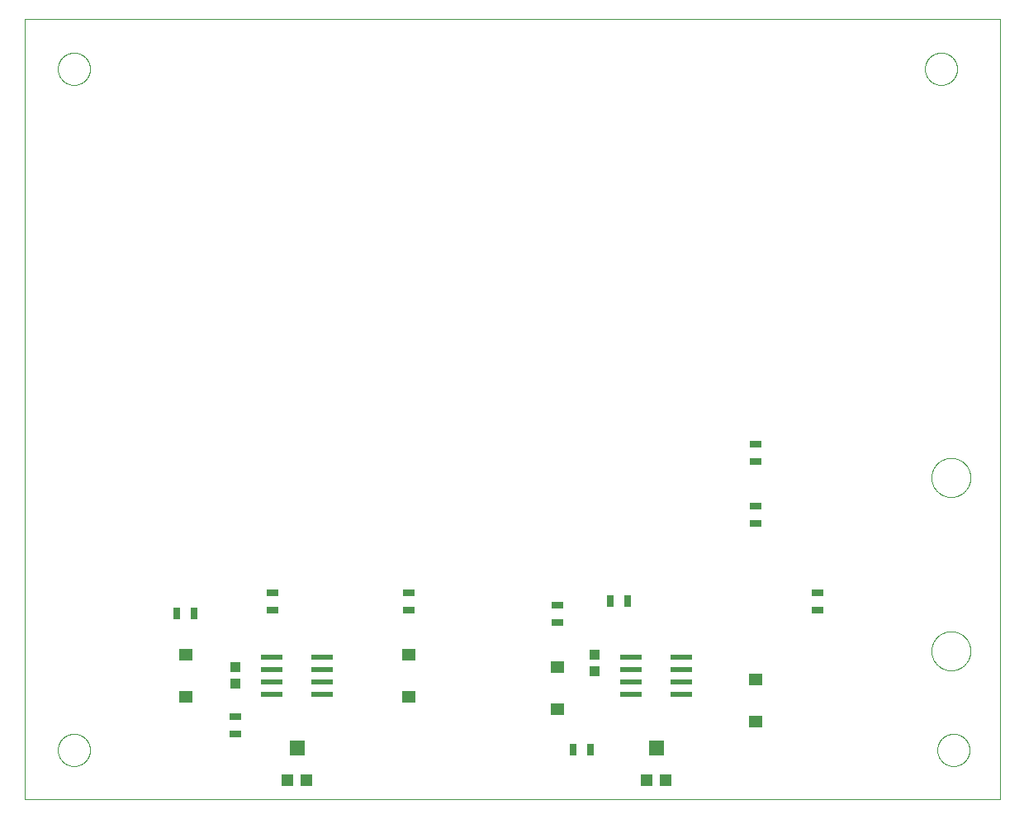
<source format=gbp>
G75*
%MOIN*%
%OFA0B0*%
%FSLAX25Y25*%
%IPPOS*%
%LPD*%
%AMOC8*
5,1,8,0,0,1.08239X$1,22.5*
%
%ADD10C,0.00000*%
%ADD11R,0.04724X0.03150*%
%ADD12R,0.03937X0.04331*%
%ADD13R,0.03150X0.04724*%
%ADD14R,0.05787X0.05000*%
%ADD15R,0.08661X0.02362*%
%ADD16R,0.04724X0.04724*%
%ADD17R,0.05906X0.06299*%
D10*
X0001800Y0001800D02*
X0001800Y0316761D01*
X0395501Y0316761D01*
X0395501Y0001800D01*
X0001800Y0001800D01*
X0015300Y0021800D02*
X0015302Y0021961D01*
X0015308Y0022121D01*
X0015318Y0022282D01*
X0015332Y0022442D01*
X0015350Y0022602D01*
X0015371Y0022761D01*
X0015397Y0022920D01*
X0015427Y0023078D01*
X0015460Y0023235D01*
X0015498Y0023392D01*
X0015539Y0023547D01*
X0015584Y0023701D01*
X0015633Y0023854D01*
X0015686Y0024006D01*
X0015742Y0024157D01*
X0015803Y0024306D01*
X0015866Y0024454D01*
X0015934Y0024600D01*
X0016005Y0024744D01*
X0016079Y0024886D01*
X0016157Y0025027D01*
X0016239Y0025165D01*
X0016324Y0025302D01*
X0016412Y0025436D01*
X0016504Y0025568D01*
X0016599Y0025698D01*
X0016697Y0025826D01*
X0016798Y0025951D01*
X0016902Y0026073D01*
X0017009Y0026193D01*
X0017119Y0026310D01*
X0017232Y0026425D01*
X0017348Y0026536D01*
X0017467Y0026645D01*
X0017588Y0026750D01*
X0017712Y0026853D01*
X0017838Y0026953D01*
X0017966Y0027049D01*
X0018097Y0027142D01*
X0018231Y0027232D01*
X0018366Y0027319D01*
X0018504Y0027402D01*
X0018643Y0027482D01*
X0018785Y0027558D01*
X0018928Y0027631D01*
X0019073Y0027700D01*
X0019220Y0027766D01*
X0019368Y0027828D01*
X0019518Y0027886D01*
X0019669Y0027941D01*
X0019822Y0027992D01*
X0019976Y0028039D01*
X0020131Y0028082D01*
X0020287Y0028121D01*
X0020443Y0028157D01*
X0020601Y0028188D01*
X0020759Y0028216D01*
X0020918Y0028240D01*
X0021078Y0028260D01*
X0021238Y0028276D01*
X0021398Y0028288D01*
X0021559Y0028296D01*
X0021720Y0028300D01*
X0021880Y0028300D01*
X0022041Y0028296D01*
X0022202Y0028288D01*
X0022362Y0028276D01*
X0022522Y0028260D01*
X0022682Y0028240D01*
X0022841Y0028216D01*
X0022999Y0028188D01*
X0023157Y0028157D01*
X0023313Y0028121D01*
X0023469Y0028082D01*
X0023624Y0028039D01*
X0023778Y0027992D01*
X0023931Y0027941D01*
X0024082Y0027886D01*
X0024232Y0027828D01*
X0024380Y0027766D01*
X0024527Y0027700D01*
X0024672Y0027631D01*
X0024815Y0027558D01*
X0024957Y0027482D01*
X0025096Y0027402D01*
X0025234Y0027319D01*
X0025369Y0027232D01*
X0025503Y0027142D01*
X0025634Y0027049D01*
X0025762Y0026953D01*
X0025888Y0026853D01*
X0026012Y0026750D01*
X0026133Y0026645D01*
X0026252Y0026536D01*
X0026368Y0026425D01*
X0026481Y0026310D01*
X0026591Y0026193D01*
X0026698Y0026073D01*
X0026802Y0025951D01*
X0026903Y0025826D01*
X0027001Y0025698D01*
X0027096Y0025568D01*
X0027188Y0025436D01*
X0027276Y0025302D01*
X0027361Y0025165D01*
X0027443Y0025027D01*
X0027521Y0024886D01*
X0027595Y0024744D01*
X0027666Y0024600D01*
X0027734Y0024454D01*
X0027797Y0024306D01*
X0027858Y0024157D01*
X0027914Y0024006D01*
X0027967Y0023854D01*
X0028016Y0023701D01*
X0028061Y0023547D01*
X0028102Y0023392D01*
X0028140Y0023235D01*
X0028173Y0023078D01*
X0028203Y0022920D01*
X0028229Y0022761D01*
X0028250Y0022602D01*
X0028268Y0022442D01*
X0028282Y0022282D01*
X0028292Y0022121D01*
X0028298Y0021961D01*
X0028300Y0021800D01*
X0028298Y0021639D01*
X0028292Y0021479D01*
X0028282Y0021318D01*
X0028268Y0021158D01*
X0028250Y0020998D01*
X0028229Y0020839D01*
X0028203Y0020680D01*
X0028173Y0020522D01*
X0028140Y0020365D01*
X0028102Y0020208D01*
X0028061Y0020053D01*
X0028016Y0019899D01*
X0027967Y0019746D01*
X0027914Y0019594D01*
X0027858Y0019443D01*
X0027797Y0019294D01*
X0027734Y0019146D01*
X0027666Y0019000D01*
X0027595Y0018856D01*
X0027521Y0018714D01*
X0027443Y0018573D01*
X0027361Y0018435D01*
X0027276Y0018298D01*
X0027188Y0018164D01*
X0027096Y0018032D01*
X0027001Y0017902D01*
X0026903Y0017774D01*
X0026802Y0017649D01*
X0026698Y0017527D01*
X0026591Y0017407D01*
X0026481Y0017290D01*
X0026368Y0017175D01*
X0026252Y0017064D01*
X0026133Y0016955D01*
X0026012Y0016850D01*
X0025888Y0016747D01*
X0025762Y0016647D01*
X0025634Y0016551D01*
X0025503Y0016458D01*
X0025369Y0016368D01*
X0025234Y0016281D01*
X0025096Y0016198D01*
X0024957Y0016118D01*
X0024815Y0016042D01*
X0024672Y0015969D01*
X0024527Y0015900D01*
X0024380Y0015834D01*
X0024232Y0015772D01*
X0024082Y0015714D01*
X0023931Y0015659D01*
X0023778Y0015608D01*
X0023624Y0015561D01*
X0023469Y0015518D01*
X0023313Y0015479D01*
X0023157Y0015443D01*
X0022999Y0015412D01*
X0022841Y0015384D01*
X0022682Y0015360D01*
X0022522Y0015340D01*
X0022362Y0015324D01*
X0022202Y0015312D01*
X0022041Y0015304D01*
X0021880Y0015300D01*
X0021720Y0015300D01*
X0021559Y0015304D01*
X0021398Y0015312D01*
X0021238Y0015324D01*
X0021078Y0015340D01*
X0020918Y0015360D01*
X0020759Y0015384D01*
X0020601Y0015412D01*
X0020443Y0015443D01*
X0020287Y0015479D01*
X0020131Y0015518D01*
X0019976Y0015561D01*
X0019822Y0015608D01*
X0019669Y0015659D01*
X0019518Y0015714D01*
X0019368Y0015772D01*
X0019220Y0015834D01*
X0019073Y0015900D01*
X0018928Y0015969D01*
X0018785Y0016042D01*
X0018643Y0016118D01*
X0018504Y0016198D01*
X0018366Y0016281D01*
X0018231Y0016368D01*
X0018097Y0016458D01*
X0017966Y0016551D01*
X0017838Y0016647D01*
X0017712Y0016747D01*
X0017588Y0016850D01*
X0017467Y0016955D01*
X0017348Y0017064D01*
X0017232Y0017175D01*
X0017119Y0017290D01*
X0017009Y0017407D01*
X0016902Y0017527D01*
X0016798Y0017649D01*
X0016697Y0017774D01*
X0016599Y0017902D01*
X0016504Y0018032D01*
X0016412Y0018164D01*
X0016324Y0018298D01*
X0016239Y0018435D01*
X0016157Y0018573D01*
X0016079Y0018714D01*
X0016005Y0018856D01*
X0015934Y0019000D01*
X0015866Y0019146D01*
X0015803Y0019294D01*
X0015742Y0019443D01*
X0015686Y0019594D01*
X0015633Y0019746D01*
X0015584Y0019899D01*
X0015539Y0020053D01*
X0015498Y0020208D01*
X0015460Y0020365D01*
X0015427Y0020522D01*
X0015397Y0020680D01*
X0015371Y0020839D01*
X0015350Y0020998D01*
X0015332Y0021158D01*
X0015318Y0021318D01*
X0015308Y0021479D01*
X0015302Y0021639D01*
X0015300Y0021800D01*
X0015300Y0296800D02*
X0015302Y0296961D01*
X0015308Y0297121D01*
X0015318Y0297282D01*
X0015332Y0297442D01*
X0015350Y0297602D01*
X0015371Y0297761D01*
X0015397Y0297920D01*
X0015427Y0298078D01*
X0015460Y0298235D01*
X0015498Y0298392D01*
X0015539Y0298547D01*
X0015584Y0298701D01*
X0015633Y0298854D01*
X0015686Y0299006D01*
X0015742Y0299157D01*
X0015803Y0299306D01*
X0015866Y0299454D01*
X0015934Y0299600D01*
X0016005Y0299744D01*
X0016079Y0299886D01*
X0016157Y0300027D01*
X0016239Y0300165D01*
X0016324Y0300302D01*
X0016412Y0300436D01*
X0016504Y0300568D01*
X0016599Y0300698D01*
X0016697Y0300826D01*
X0016798Y0300951D01*
X0016902Y0301073D01*
X0017009Y0301193D01*
X0017119Y0301310D01*
X0017232Y0301425D01*
X0017348Y0301536D01*
X0017467Y0301645D01*
X0017588Y0301750D01*
X0017712Y0301853D01*
X0017838Y0301953D01*
X0017966Y0302049D01*
X0018097Y0302142D01*
X0018231Y0302232D01*
X0018366Y0302319D01*
X0018504Y0302402D01*
X0018643Y0302482D01*
X0018785Y0302558D01*
X0018928Y0302631D01*
X0019073Y0302700D01*
X0019220Y0302766D01*
X0019368Y0302828D01*
X0019518Y0302886D01*
X0019669Y0302941D01*
X0019822Y0302992D01*
X0019976Y0303039D01*
X0020131Y0303082D01*
X0020287Y0303121D01*
X0020443Y0303157D01*
X0020601Y0303188D01*
X0020759Y0303216D01*
X0020918Y0303240D01*
X0021078Y0303260D01*
X0021238Y0303276D01*
X0021398Y0303288D01*
X0021559Y0303296D01*
X0021720Y0303300D01*
X0021880Y0303300D01*
X0022041Y0303296D01*
X0022202Y0303288D01*
X0022362Y0303276D01*
X0022522Y0303260D01*
X0022682Y0303240D01*
X0022841Y0303216D01*
X0022999Y0303188D01*
X0023157Y0303157D01*
X0023313Y0303121D01*
X0023469Y0303082D01*
X0023624Y0303039D01*
X0023778Y0302992D01*
X0023931Y0302941D01*
X0024082Y0302886D01*
X0024232Y0302828D01*
X0024380Y0302766D01*
X0024527Y0302700D01*
X0024672Y0302631D01*
X0024815Y0302558D01*
X0024957Y0302482D01*
X0025096Y0302402D01*
X0025234Y0302319D01*
X0025369Y0302232D01*
X0025503Y0302142D01*
X0025634Y0302049D01*
X0025762Y0301953D01*
X0025888Y0301853D01*
X0026012Y0301750D01*
X0026133Y0301645D01*
X0026252Y0301536D01*
X0026368Y0301425D01*
X0026481Y0301310D01*
X0026591Y0301193D01*
X0026698Y0301073D01*
X0026802Y0300951D01*
X0026903Y0300826D01*
X0027001Y0300698D01*
X0027096Y0300568D01*
X0027188Y0300436D01*
X0027276Y0300302D01*
X0027361Y0300165D01*
X0027443Y0300027D01*
X0027521Y0299886D01*
X0027595Y0299744D01*
X0027666Y0299600D01*
X0027734Y0299454D01*
X0027797Y0299306D01*
X0027858Y0299157D01*
X0027914Y0299006D01*
X0027967Y0298854D01*
X0028016Y0298701D01*
X0028061Y0298547D01*
X0028102Y0298392D01*
X0028140Y0298235D01*
X0028173Y0298078D01*
X0028203Y0297920D01*
X0028229Y0297761D01*
X0028250Y0297602D01*
X0028268Y0297442D01*
X0028282Y0297282D01*
X0028292Y0297121D01*
X0028298Y0296961D01*
X0028300Y0296800D01*
X0028298Y0296639D01*
X0028292Y0296479D01*
X0028282Y0296318D01*
X0028268Y0296158D01*
X0028250Y0295998D01*
X0028229Y0295839D01*
X0028203Y0295680D01*
X0028173Y0295522D01*
X0028140Y0295365D01*
X0028102Y0295208D01*
X0028061Y0295053D01*
X0028016Y0294899D01*
X0027967Y0294746D01*
X0027914Y0294594D01*
X0027858Y0294443D01*
X0027797Y0294294D01*
X0027734Y0294146D01*
X0027666Y0294000D01*
X0027595Y0293856D01*
X0027521Y0293714D01*
X0027443Y0293573D01*
X0027361Y0293435D01*
X0027276Y0293298D01*
X0027188Y0293164D01*
X0027096Y0293032D01*
X0027001Y0292902D01*
X0026903Y0292774D01*
X0026802Y0292649D01*
X0026698Y0292527D01*
X0026591Y0292407D01*
X0026481Y0292290D01*
X0026368Y0292175D01*
X0026252Y0292064D01*
X0026133Y0291955D01*
X0026012Y0291850D01*
X0025888Y0291747D01*
X0025762Y0291647D01*
X0025634Y0291551D01*
X0025503Y0291458D01*
X0025369Y0291368D01*
X0025234Y0291281D01*
X0025096Y0291198D01*
X0024957Y0291118D01*
X0024815Y0291042D01*
X0024672Y0290969D01*
X0024527Y0290900D01*
X0024380Y0290834D01*
X0024232Y0290772D01*
X0024082Y0290714D01*
X0023931Y0290659D01*
X0023778Y0290608D01*
X0023624Y0290561D01*
X0023469Y0290518D01*
X0023313Y0290479D01*
X0023157Y0290443D01*
X0022999Y0290412D01*
X0022841Y0290384D01*
X0022682Y0290360D01*
X0022522Y0290340D01*
X0022362Y0290324D01*
X0022202Y0290312D01*
X0022041Y0290304D01*
X0021880Y0290300D01*
X0021720Y0290300D01*
X0021559Y0290304D01*
X0021398Y0290312D01*
X0021238Y0290324D01*
X0021078Y0290340D01*
X0020918Y0290360D01*
X0020759Y0290384D01*
X0020601Y0290412D01*
X0020443Y0290443D01*
X0020287Y0290479D01*
X0020131Y0290518D01*
X0019976Y0290561D01*
X0019822Y0290608D01*
X0019669Y0290659D01*
X0019518Y0290714D01*
X0019368Y0290772D01*
X0019220Y0290834D01*
X0019073Y0290900D01*
X0018928Y0290969D01*
X0018785Y0291042D01*
X0018643Y0291118D01*
X0018504Y0291198D01*
X0018366Y0291281D01*
X0018231Y0291368D01*
X0018097Y0291458D01*
X0017966Y0291551D01*
X0017838Y0291647D01*
X0017712Y0291747D01*
X0017588Y0291850D01*
X0017467Y0291955D01*
X0017348Y0292064D01*
X0017232Y0292175D01*
X0017119Y0292290D01*
X0017009Y0292407D01*
X0016902Y0292527D01*
X0016798Y0292649D01*
X0016697Y0292774D01*
X0016599Y0292902D01*
X0016504Y0293032D01*
X0016412Y0293164D01*
X0016324Y0293298D01*
X0016239Y0293435D01*
X0016157Y0293573D01*
X0016079Y0293714D01*
X0016005Y0293856D01*
X0015934Y0294000D01*
X0015866Y0294146D01*
X0015803Y0294294D01*
X0015742Y0294443D01*
X0015686Y0294594D01*
X0015633Y0294746D01*
X0015584Y0294899D01*
X0015539Y0295053D01*
X0015498Y0295208D01*
X0015460Y0295365D01*
X0015427Y0295522D01*
X0015397Y0295680D01*
X0015371Y0295839D01*
X0015350Y0295998D01*
X0015332Y0296158D01*
X0015318Y0296318D01*
X0015308Y0296479D01*
X0015302Y0296639D01*
X0015300Y0296800D01*
X0365300Y0296800D02*
X0365302Y0296961D01*
X0365308Y0297121D01*
X0365318Y0297282D01*
X0365332Y0297442D01*
X0365350Y0297602D01*
X0365371Y0297761D01*
X0365397Y0297920D01*
X0365427Y0298078D01*
X0365460Y0298235D01*
X0365498Y0298392D01*
X0365539Y0298547D01*
X0365584Y0298701D01*
X0365633Y0298854D01*
X0365686Y0299006D01*
X0365742Y0299157D01*
X0365803Y0299306D01*
X0365866Y0299454D01*
X0365934Y0299600D01*
X0366005Y0299744D01*
X0366079Y0299886D01*
X0366157Y0300027D01*
X0366239Y0300165D01*
X0366324Y0300302D01*
X0366412Y0300436D01*
X0366504Y0300568D01*
X0366599Y0300698D01*
X0366697Y0300826D01*
X0366798Y0300951D01*
X0366902Y0301073D01*
X0367009Y0301193D01*
X0367119Y0301310D01*
X0367232Y0301425D01*
X0367348Y0301536D01*
X0367467Y0301645D01*
X0367588Y0301750D01*
X0367712Y0301853D01*
X0367838Y0301953D01*
X0367966Y0302049D01*
X0368097Y0302142D01*
X0368231Y0302232D01*
X0368366Y0302319D01*
X0368504Y0302402D01*
X0368643Y0302482D01*
X0368785Y0302558D01*
X0368928Y0302631D01*
X0369073Y0302700D01*
X0369220Y0302766D01*
X0369368Y0302828D01*
X0369518Y0302886D01*
X0369669Y0302941D01*
X0369822Y0302992D01*
X0369976Y0303039D01*
X0370131Y0303082D01*
X0370287Y0303121D01*
X0370443Y0303157D01*
X0370601Y0303188D01*
X0370759Y0303216D01*
X0370918Y0303240D01*
X0371078Y0303260D01*
X0371238Y0303276D01*
X0371398Y0303288D01*
X0371559Y0303296D01*
X0371720Y0303300D01*
X0371880Y0303300D01*
X0372041Y0303296D01*
X0372202Y0303288D01*
X0372362Y0303276D01*
X0372522Y0303260D01*
X0372682Y0303240D01*
X0372841Y0303216D01*
X0372999Y0303188D01*
X0373157Y0303157D01*
X0373313Y0303121D01*
X0373469Y0303082D01*
X0373624Y0303039D01*
X0373778Y0302992D01*
X0373931Y0302941D01*
X0374082Y0302886D01*
X0374232Y0302828D01*
X0374380Y0302766D01*
X0374527Y0302700D01*
X0374672Y0302631D01*
X0374815Y0302558D01*
X0374957Y0302482D01*
X0375096Y0302402D01*
X0375234Y0302319D01*
X0375369Y0302232D01*
X0375503Y0302142D01*
X0375634Y0302049D01*
X0375762Y0301953D01*
X0375888Y0301853D01*
X0376012Y0301750D01*
X0376133Y0301645D01*
X0376252Y0301536D01*
X0376368Y0301425D01*
X0376481Y0301310D01*
X0376591Y0301193D01*
X0376698Y0301073D01*
X0376802Y0300951D01*
X0376903Y0300826D01*
X0377001Y0300698D01*
X0377096Y0300568D01*
X0377188Y0300436D01*
X0377276Y0300302D01*
X0377361Y0300165D01*
X0377443Y0300027D01*
X0377521Y0299886D01*
X0377595Y0299744D01*
X0377666Y0299600D01*
X0377734Y0299454D01*
X0377797Y0299306D01*
X0377858Y0299157D01*
X0377914Y0299006D01*
X0377967Y0298854D01*
X0378016Y0298701D01*
X0378061Y0298547D01*
X0378102Y0298392D01*
X0378140Y0298235D01*
X0378173Y0298078D01*
X0378203Y0297920D01*
X0378229Y0297761D01*
X0378250Y0297602D01*
X0378268Y0297442D01*
X0378282Y0297282D01*
X0378292Y0297121D01*
X0378298Y0296961D01*
X0378300Y0296800D01*
X0378298Y0296639D01*
X0378292Y0296479D01*
X0378282Y0296318D01*
X0378268Y0296158D01*
X0378250Y0295998D01*
X0378229Y0295839D01*
X0378203Y0295680D01*
X0378173Y0295522D01*
X0378140Y0295365D01*
X0378102Y0295208D01*
X0378061Y0295053D01*
X0378016Y0294899D01*
X0377967Y0294746D01*
X0377914Y0294594D01*
X0377858Y0294443D01*
X0377797Y0294294D01*
X0377734Y0294146D01*
X0377666Y0294000D01*
X0377595Y0293856D01*
X0377521Y0293714D01*
X0377443Y0293573D01*
X0377361Y0293435D01*
X0377276Y0293298D01*
X0377188Y0293164D01*
X0377096Y0293032D01*
X0377001Y0292902D01*
X0376903Y0292774D01*
X0376802Y0292649D01*
X0376698Y0292527D01*
X0376591Y0292407D01*
X0376481Y0292290D01*
X0376368Y0292175D01*
X0376252Y0292064D01*
X0376133Y0291955D01*
X0376012Y0291850D01*
X0375888Y0291747D01*
X0375762Y0291647D01*
X0375634Y0291551D01*
X0375503Y0291458D01*
X0375369Y0291368D01*
X0375234Y0291281D01*
X0375096Y0291198D01*
X0374957Y0291118D01*
X0374815Y0291042D01*
X0374672Y0290969D01*
X0374527Y0290900D01*
X0374380Y0290834D01*
X0374232Y0290772D01*
X0374082Y0290714D01*
X0373931Y0290659D01*
X0373778Y0290608D01*
X0373624Y0290561D01*
X0373469Y0290518D01*
X0373313Y0290479D01*
X0373157Y0290443D01*
X0372999Y0290412D01*
X0372841Y0290384D01*
X0372682Y0290360D01*
X0372522Y0290340D01*
X0372362Y0290324D01*
X0372202Y0290312D01*
X0372041Y0290304D01*
X0371880Y0290300D01*
X0371720Y0290300D01*
X0371559Y0290304D01*
X0371398Y0290312D01*
X0371238Y0290324D01*
X0371078Y0290340D01*
X0370918Y0290360D01*
X0370759Y0290384D01*
X0370601Y0290412D01*
X0370443Y0290443D01*
X0370287Y0290479D01*
X0370131Y0290518D01*
X0369976Y0290561D01*
X0369822Y0290608D01*
X0369669Y0290659D01*
X0369518Y0290714D01*
X0369368Y0290772D01*
X0369220Y0290834D01*
X0369073Y0290900D01*
X0368928Y0290969D01*
X0368785Y0291042D01*
X0368643Y0291118D01*
X0368504Y0291198D01*
X0368366Y0291281D01*
X0368231Y0291368D01*
X0368097Y0291458D01*
X0367966Y0291551D01*
X0367838Y0291647D01*
X0367712Y0291747D01*
X0367588Y0291850D01*
X0367467Y0291955D01*
X0367348Y0292064D01*
X0367232Y0292175D01*
X0367119Y0292290D01*
X0367009Y0292407D01*
X0366902Y0292527D01*
X0366798Y0292649D01*
X0366697Y0292774D01*
X0366599Y0292902D01*
X0366504Y0293032D01*
X0366412Y0293164D01*
X0366324Y0293298D01*
X0366239Y0293435D01*
X0366157Y0293573D01*
X0366079Y0293714D01*
X0366005Y0293856D01*
X0365934Y0294000D01*
X0365866Y0294146D01*
X0365803Y0294294D01*
X0365742Y0294443D01*
X0365686Y0294594D01*
X0365633Y0294746D01*
X0365584Y0294899D01*
X0365539Y0295053D01*
X0365498Y0295208D01*
X0365460Y0295365D01*
X0365427Y0295522D01*
X0365397Y0295680D01*
X0365371Y0295839D01*
X0365350Y0295998D01*
X0365332Y0296158D01*
X0365318Y0296318D01*
X0365308Y0296479D01*
X0365302Y0296639D01*
X0365300Y0296800D01*
X0367942Y0131800D02*
X0367944Y0131993D01*
X0367951Y0132186D01*
X0367963Y0132379D01*
X0367980Y0132572D01*
X0368001Y0132764D01*
X0368027Y0132955D01*
X0368058Y0133146D01*
X0368093Y0133336D01*
X0368133Y0133525D01*
X0368178Y0133713D01*
X0368227Y0133900D01*
X0368281Y0134086D01*
X0368339Y0134270D01*
X0368402Y0134453D01*
X0368470Y0134634D01*
X0368541Y0134813D01*
X0368618Y0134991D01*
X0368698Y0135167D01*
X0368783Y0135340D01*
X0368872Y0135512D01*
X0368965Y0135681D01*
X0369062Y0135848D01*
X0369164Y0136013D01*
X0369269Y0136175D01*
X0369378Y0136334D01*
X0369492Y0136491D01*
X0369609Y0136644D01*
X0369729Y0136795D01*
X0369854Y0136943D01*
X0369982Y0137088D01*
X0370113Y0137229D01*
X0370248Y0137368D01*
X0370387Y0137503D01*
X0370528Y0137634D01*
X0370673Y0137762D01*
X0370821Y0137887D01*
X0370972Y0138007D01*
X0371125Y0138124D01*
X0371282Y0138238D01*
X0371441Y0138347D01*
X0371603Y0138452D01*
X0371768Y0138554D01*
X0371935Y0138651D01*
X0372104Y0138744D01*
X0372276Y0138833D01*
X0372449Y0138918D01*
X0372625Y0138998D01*
X0372803Y0139075D01*
X0372982Y0139146D01*
X0373163Y0139214D01*
X0373346Y0139277D01*
X0373530Y0139335D01*
X0373716Y0139389D01*
X0373903Y0139438D01*
X0374091Y0139483D01*
X0374280Y0139523D01*
X0374470Y0139558D01*
X0374661Y0139589D01*
X0374852Y0139615D01*
X0375044Y0139636D01*
X0375237Y0139653D01*
X0375430Y0139665D01*
X0375623Y0139672D01*
X0375816Y0139674D01*
X0376009Y0139672D01*
X0376202Y0139665D01*
X0376395Y0139653D01*
X0376588Y0139636D01*
X0376780Y0139615D01*
X0376971Y0139589D01*
X0377162Y0139558D01*
X0377352Y0139523D01*
X0377541Y0139483D01*
X0377729Y0139438D01*
X0377916Y0139389D01*
X0378102Y0139335D01*
X0378286Y0139277D01*
X0378469Y0139214D01*
X0378650Y0139146D01*
X0378829Y0139075D01*
X0379007Y0138998D01*
X0379183Y0138918D01*
X0379356Y0138833D01*
X0379528Y0138744D01*
X0379697Y0138651D01*
X0379864Y0138554D01*
X0380029Y0138452D01*
X0380191Y0138347D01*
X0380350Y0138238D01*
X0380507Y0138124D01*
X0380660Y0138007D01*
X0380811Y0137887D01*
X0380959Y0137762D01*
X0381104Y0137634D01*
X0381245Y0137503D01*
X0381384Y0137368D01*
X0381519Y0137229D01*
X0381650Y0137088D01*
X0381778Y0136943D01*
X0381903Y0136795D01*
X0382023Y0136644D01*
X0382140Y0136491D01*
X0382254Y0136334D01*
X0382363Y0136175D01*
X0382468Y0136013D01*
X0382570Y0135848D01*
X0382667Y0135681D01*
X0382760Y0135512D01*
X0382849Y0135340D01*
X0382934Y0135167D01*
X0383014Y0134991D01*
X0383091Y0134813D01*
X0383162Y0134634D01*
X0383230Y0134453D01*
X0383293Y0134270D01*
X0383351Y0134086D01*
X0383405Y0133900D01*
X0383454Y0133713D01*
X0383499Y0133525D01*
X0383539Y0133336D01*
X0383574Y0133146D01*
X0383605Y0132955D01*
X0383631Y0132764D01*
X0383652Y0132572D01*
X0383669Y0132379D01*
X0383681Y0132186D01*
X0383688Y0131993D01*
X0383690Y0131800D01*
X0383688Y0131607D01*
X0383681Y0131414D01*
X0383669Y0131221D01*
X0383652Y0131028D01*
X0383631Y0130836D01*
X0383605Y0130645D01*
X0383574Y0130454D01*
X0383539Y0130264D01*
X0383499Y0130075D01*
X0383454Y0129887D01*
X0383405Y0129700D01*
X0383351Y0129514D01*
X0383293Y0129330D01*
X0383230Y0129147D01*
X0383162Y0128966D01*
X0383091Y0128787D01*
X0383014Y0128609D01*
X0382934Y0128433D01*
X0382849Y0128260D01*
X0382760Y0128088D01*
X0382667Y0127919D01*
X0382570Y0127752D01*
X0382468Y0127587D01*
X0382363Y0127425D01*
X0382254Y0127266D01*
X0382140Y0127109D01*
X0382023Y0126956D01*
X0381903Y0126805D01*
X0381778Y0126657D01*
X0381650Y0126512D01*
X0381519Y0126371D01*
X0381384Y0126232D01*
X0381245Y0126097D01*
X0381104Y0125966D01*
X0380959Y0125838D01*
X0380811Y0125713D01*
X0380660Y0125593D01*
X0380507Y0125476D01*
X0380350Y0125362D01*
X0380191Y0125253D01*
X0380029Y0125148D01*
X0379864Y0125046D01*
X0379697Y0124949D01*
X0379528Y0124856D01*
X0379356Y0124767D01*
X0379183Y0124682D01*
X0379007Y0124602D01*
X0378829Y0124525D01*
X0378650Y0124454D01*
X0378469Y0124386D01*
X0378286Y0124323D01*
X0378102Y0124265D01*
X0377916Y0124211D01*
X0377729Y0124162D01*
X0377541Y0124117D01*
X0377352Y0124077D01*
X0377162Y0124042D01*
X0376971Y0124011D01*
X0376780Y0123985D01*
X0376588Y0123964D01*
X0376395Y0123947D01*
X0376202Y0123935D01*
X0376009Y0123928D01*
X0375816Y0123926D01*
X0375623Y0123928D01*
X0375430Y0123935D01*
X0375237Y0123947D01*
X0375044Y0123964D01*
X0374852Y0123985D01*
X0374661Y0124011D01*
X0374470Y0124042D01*
X0374280Y0124077D01*
X0374091Y0124117D01*
X0373903Y0124162D01*
X0373716Y0124211D01*
X0373530Y0124265D01*
X0373346Y0124323D01*
X0373163Y0124386D01*
X0372982Y0124454D01*
X0372803Y0124525D01*
X0372625Y0124602D01*
X0372449Y0124682D01*
X0372276Y0124767D01*
X0372104Y0124856D01*
X0371935Y0124949D01*
X0371768Y0125046D01*
X0371603Y0125148D01*
X0371441Y0125253D01*
X0371282Y0125362D01*
X0371125Y0125476D01*
X0370972Y0125593D01*
X0370821Y0125713D01*
X0370673Y0125838D01*
X0370528Y0125966D01*
X0370387Y0126097D01*
X0370248Y0126232D01*
X0370113Y0126371D01*
X0369982Y0126512D01*
X0369854Y0126657D01*
X0369729Y0126805D01*
X0369609Y0126956D01*
X0369492Y0127109D01*
X0369378Y0127266D01*
X0369269Y0127425D01*
X0369164Y0127587D01*
X0369062Y0127752D01*
X0368965Y0127919D01*
X0368872Y0128088D01*
X0368783Y0128260D01*
X0368698Y0128433D01*
X0368618Y0128609D01*
X0368541Y0128787D01*
X0368470Y0128966D01*
X0368402Y0129147D01*
X0368339Y0129330D01*
X0368281Y0129514D01*
X0368227Y0129700D01*
X0368178Y0129887D01*
X0368133Y0130075D01*
X0368093Y0130264D01*
X0368058Y0130454D01*
X0368027Y0130645D01*
X0368001Y0130836D01*
X0367980Y0131028D01*
X0367963Y0131221D01*
X0367951Y0131414D01*
X0367944Y0131607D01*
X0367942Y0131800D01*
X0367942Y0061800D02*
X0367944Y0061993D01*
X0367951Y0062186D01*
X0367963Y0062379D01*
X0367980Y0062572D01*
X0368001Y0062764D01*
X0368027Y0062955D01*
X0368058Y0063146D01*
X0368093Y0063336D01*
X0368133Y0063525D01*
X0368178Y0063713D01*
X0368227Y0063900D01*
X0368281Y0064086D01*
X0368339Y0064270D01*
X0368402Y0064453D01*
X0368470Y0064634D01*
X0368541Y0064813D01*
X0368618Y0064991D01*
X0368698Y0065167D01*
X0368783Y0065340D01*
X0368872Y0065512D01*
X0368965Y0065681D01*
X0369062Y0065848D01*
X0369164Y0066013D01*
X0369269Y0066175D01*
X0369378Y0066334D01*
X0369492Y0066491D01*
X0369609Y0066644D01*
X0369729Y0066795D01*
X0369854Y0066943D01*
X0369982Y0067088D01*
X0370113Y0067229D01*
X0370248Y0067368D01*
X0370387Y0067503D01*
X0370528Y0067634D01*
X0370673Y0067762D01*
X0370821Y0067887D01*
X0370972Y0068007D01*
X0371125Y0068124D01*
X0371282Y0068238D01*
X0371441Y0068347D01*
X0371603Y0068452D01*
X0371768Y0068554D01*
X0371935Y0068651D01*
X0372104Y0068744D01*
X0372276Y0068833D01*
X0372449Y0068918D01*
X0372625Y0068998D01*
X0372803Y0069075D01*
X0372982Y0069146D01*
X0373163Y0069214D01*
X0373346Y0069277D01*
X0373530Y0069335D01*
X0373716Y0069389D01*
X0373903Y0069438D01*
X0374091Y0069483D01*
X0374280Y0069523D01*
X0374470Y0069558D01*
X0374661Y0069589D01*
X0374852Y0069615D01*
X0375044Y0069636D01*
X0375237Y0069653D01*
X0375430Y0069665D01*
X0375623Y0069672D01*
X0375816Y0069674D01*
X0376009Y0069672D01*
X0376202Y0069665D01*
X0376395Y0069653D01*
X0376588Y0069636D01*
X0376780Y0069615D01*
X0376971Y0069589D01*
X0377162Y0069558D01*
X0377352Y0069523D01*
X0377541Y0069483D01*
X0377729Y0069438D01*
X0377916Y0069389D01*
X0378102Y0069335D01*
X0378286Y0069277D01*
X0378469Y0069214D01*
X0378650Y0069146D01*
X0378829Y0069075D01*
X0379007Y0068998D01*
X0379183Y0068918D01*
X0379356Y0068833D01*
X0379528Y0068744D01*
X0379697Y0068651D01*
X0379864Y0068554D01*
X0380029Y0068452D01*
X0380191Y0068347D01*
X0380350Y0068238D01*
X0380507Y0068124D01*
X0380660Y0068007D01*
X0380811Y0067887D01*
X0380959Y0067762D01*
X0381104Y0067634D01*
X0381245Y0067503D01*
X0381384Y0067368D01*
X0381519Y0067229D01*
X0381650Y0067088D01*
X0381778Y0066943D01*
X0381903Y0066795D01*
X0382023Y0066644D01*
X0382140Y0066491D01*
X0382254Y0066334D01*
X0382363Y0066175D01*
X0382468Y0066013D01*
X0382570Y0065848D01*
X0382667Y0065681D01*
X0382760Y0065512D01*
X0382849Y0065340D01*
X0382934Y0065167D01*
X0383014Y0064991D01*
X0383091Y0064813D01*
X0383162Y0064634D01*
X0383230Y0064453D01*
X0383293Y0064270D01*
X0383351Y0064086D01*
X0383405Y0063900D01*
X0383454Y0063713D01*
X0383499Y0063525D01*
X0383539Y0063336D01*
X0383574Y0063146D01*
X0383605Y0062955D01*
X0383631Y0062764D01*
X0383652Y0062572D01*
X0383669Y0062379D01*
X0383681Y0062186D01*
X0383688Y0061993D01*
X0383690Y0061800D01*
X0383688Y0061607D01*
X0383681Y0061414D01*
X0383669Y0061221D01*
X0383652Y0061028D01*
X0383631Y0060836D01*
X0383605Y0060645D01*
X0383574Y0060454D01*
X0383539Y0060264D01*
X0383499Y0060075D01*
X0383454Y0059887D01*
X0383405Y0059700D01*
X0383351Y0059514D01*
X0383293Y0059330D01*
X0383230Y0059147D01*
X0383162Y0058966D01*
X0383091Y0058787D01*
X0383014Y0058609D01*
X0382934Y0058433D01*
X0382849Y0058260D01*
X0382760Y0058088D01*
X0382667Y0057919D01*
X0382570Y0057752D01*
X0382468Y0057587D01*
X0382363Y0057425D01*
X0382254Y0057266D01*
X0382140Y0057109D01*
X0382023Y0056956D01*
X0381903Y0056805D01*
X0381778Y0056657D01*
X0381650Y0056512D01*
X0381519Y0056371D01*
X0381384Y0056232D01*
X0381245Y0056097D01*
X0381104Y0055966D01*
X0380959Y0055838D01*
X0380811Y0055713D01*
X0380660Y0055593D01*
X0380507Y0055476D01*
X0380350Y0055362D01*
X0380191Y0055253D01*
X0380029Y0055148D01*
X0379864Y0055046D01*
X0379697Y0054949D01*
X0379528Y0054856D01*
X0379356Y0054767D01*
X0379183Y0054682D01*
X0379007Y0054602D01*
X0378829Y0054525D01*
X0378650Y0054454D01*
X0378469Y0054386D01*
X0378286Y0054323D01*
X0378102Y0054265D01*
X0377916Y0054211D01*
X0377729Y0054162D01*
X0377541Y0054117D01*
X0377352Y0054077D01*
X0377162Y0054042D01*
X0376971Y0054011D01*
X0376780Y0053985D01*
X0376588Y0053964D01*
X0376395Y0053947D01*
X0376202Y0053935D01*
X0376009Y0053928D01*
X0375816Y0053926D01*
X0375623Y0053928D01*
X0375430Y0053935D01*
X0375237Y0053947D01*
X0375044Y0053964D01*
X0374852Y0053985D01*
X0374661Y0054011D01*
X0374470Y0054042D01*
X0374280Y0054077D01*
X0374091Y0054117D01*
X0373903Y0054162D01*
X0373716Y0054211D01*
X0373530Y0054265D01*
X0373346Y0054323D01*
X0373163Y0054386D01*
X0372982Y0054454D01*
X0372803Y0054525D01*
X0372625Y0054602D01*
X0372449Y0054682D01*
X0372276Y0054767D01*
X0372104Y0054856D01*
X0371935Y0054949D01*
X0371768Y0055046D01*
X0371603Y0055148D01*
X0371441Y0055253D01*
X0371282Y0055362D01*
X0371125Y0055476D01*
X0370972Y0055593D01*
X0370821Y0055713D01*
X0370673Y0055838D01*
X0370528Y0055966D01*
X0370387Y0056097D01*
X0370248Y0056232D01*
X0370113Y0056371D01*
X0369982Y0056512D01*
X0369854Y0056657D01*
X0369729Y0056805D01*
X0369609Y0056956D01*
X0369492Y0057109D01*
X0369378Y0057266D01*
X0369269Y0057425D01*
X0369164Y0057587D01*
X0369062Y0057752D01*
X0368965Y0057919D01*
X0368872Y0058088D01*
X0368783Y0058260D01*
X0368698Y0058433D01*
X0368618Y0058609D01*
X0368541Y0058787D01*
X0368470Y0058966D01*
X0368402Y0059147D01*
X0368339Y0059330D01*
X0368281Y0059514D01*
X0368227Y0059700D01*
X0368178Y0059887D01*
X0368133Y0060075D01*
X0368093Y0060264D01*
X0368058Y0060454D01*
X0368027Y0060645D01*
X0368001Y0060836D01*
X0367980Y0061028D01*
X0367963Y0061221D01*
X0367951Y0061414D01*
X0367944Y0061607D01*
X0367942Y0061800D01*
X0370300Y0021800D02*
X0370302Y0021961D01*
X0370308Y0022121D01*
X0370318Y0022282D01*
X0370332Y0022442D01*
X0370350Y0022602D01*
X0370371Y0022761D01*
X0370397Y0022920D01*
X0370427Y0023078D01*
X0370460Y0023235D01*
X0370498Y0023392D01*
X0370539Y0023547D01*
X0370584Y0023701D01*
X0370633Y0023854D01*
X0370686Y0024006D01*
X0370742Y0024157D01*
X0370803Y0024306D01*
X0370866Y0024454D01*
X0370934Y0024600D01*
X0371005Y0024744D01*
X0371079Y0024886D01*
X0371157Y0025027D01*
X0371239Y0025165D01*
X0371324Y0025302D01*
X0371412Y0025436D01*
X0371504Y0025568D01*
X0371599Y0025698D01*
X0371697Y0025826D01*
X0371798Y0025951D01*
X0371902Y0026073D01*
X0372009Y0026193D01*
X0372119Y0026310D01*
X0372232Y0026425D01*
X0372348Y0026536D01*
X0372467Y0026645D01*
X0372588Y0026750D01*
X0372712Y0026853D01*
X0372838Y0026953D01*
X0372966Y0027049D01*
X0373097Y0027142D01*
X0373231Y0027232D01*
X0373366Y0027319D01*
X0373504Y0027402D01*
X0373643Y0027482D01*
X0373785Y0027558D01*
X0373928Y0027631D01*
X0374073Y0027700D01*
X0374220Y0027766D01*
X0374368Y0027828D01*
X0374518Y0027886D01*
X0374669Y0027941D01*
X0374822Y0027992D01*
X0374976Y0028039D01*
X0375131Y0028082D01*
X0375287Y0028121D01*
X0375443Y0028157D01*
X0375601Y0028188D01*
X0375759Y0028216D01*
X0375918Y0028240D01*
X0376078Y0028260D01*
X0376238Y0028276D01*
X0376398Y0028288D01*
X0376559Y0028296D01*
X0376720Y0028300D01*
X0376880Y0028300D01*
X0377041Y0028296D01*
X0377202Y0028288D01*
X0377362Y0028276D01*
X0377522Y0028260D01*
X0377682Y0028240D01*
X0377841Y0028216D01*
X0377999Y0028188D01*
X0378157Y0028157D01*
X0378313Y0028121D01*
X0378469Y0028082D01*
X0378624Y0028039D01*
X0378778Y0027992D01*
X0378931Y0027941D01*
X0379082Y0027886D01*
X0379232Y0027828D01*
X0379380Y0027766D01*
X0379527Y0027700D01*
X0379672Y0027631D01*
X0379815Y0027558D01*
X0379957Y0027482D01*
X0380096Y0027402D01*
X0380234Y0027319D01*
X0380369Y0027232D01*
X0380503Y0027142D01*
X0380634Y0027049D01*
X0380762Y0026953D01*
X0380888Y0026853D01*
X0381012Y0026750D01*
X0381133Y0026645D01*
X0381252Y0026536D01*
X0381368Y0026425D01*
X0381481Y0026310D01*
X0381591Y0026193D01*
X0381698Y0026073D01*
X0381802Y0025951D01*
X0381903Y0025826D01*
X0382001Y0025698D01*
X0382096Y0025568D01*
X0382188Y0025436D01*
X0382276Y0025302D01*
X0382361Y0025165D01*
X0382443Y0025027D01*
X0382521Y0024886D01*
X0382595Y0024744D01*
X0382666Y0024600D01*
X0382734Y0024454D01*
X0382797Y0024306D01*
X0382858Y0024157D01*
X0382914Y0024006D01*
X0382967Y0023854D01*
X0383016Y0023701D01*
X0383061Y0023547D01*
X0383102Y0023392D01*
X0383140Y0023235D01*
X0383173Y0023078D01*
X0383203Y0022920D01*
X0383229Y0022761D01*
X0383250Y0022602D01*
X0383268Y0022442D01*
X0383282Y0022282D01*
X0383292Y0022121D01*
X0383298Y0021961D01*
X0383300Y0021800D01*
X0383298Y0021639D01*
X0383292Y0021479D01*
X0383282Y0021318D01*
X0383268Y0021158D01*
X0383250Y0020998D01*
X0383229Y0020839D01*
X0383203Y0020680D01*
X0383173Y0020522D01*
X0383140Y0020365D01*
X0383102Y0020208D01*
X0383061Y0020053D01*
X0383016Y0019899D01*
X0382967Y0019746D01*
X0382914Y0019594D01*
X0382858Y0019443D01*
X0382797Y0019294D01*
X0382734Y0019146D01*
X0382666Y0019000D01*
X0382595Y0018856D01*
X0382521Y0018714D01*
X0382443Y0018573D01*
X0382361Y0018435D01*
X0382276Y0018298D01*
X0382188Y0018164D01*
X0382096Y0018032D01*
X0382001Y0017902D01*
X0381903Y0017774D01*
X0381802Y0017649D01*
X0381698Y0017527D01*
X0381591Y0017407D01*
X0381481Y0017290D01*
X0381368Y0017175D01*
X0381252Y0017064D01*
X0381133Y0016955D01*
X0381012Y0016850D01*
X0380888Y0016747D01*
X0380762Y0016647D01*
X0380634Y0016551D01*
X0380503Y0016458D01*
X0380369Y0016368D01*
X0380234Y0016281D01*
X0380096Y0016198D01*
X0379957Y0016118D01*
X0379815Y0016042D01*
X0379672Y0015969D01*
X0379527Y0015900D01*
X0379380Y0015834D01*
X0379232Y0015772D01*
X0379082Y0015714D01*
X0378931Y0015659D01*
X0378778Y0015608D01*
X0378624Y0015561D01*
X0378469Y0015518D01*
X0378313Y0015479D01*
X0378157Y0015443D01*
X0377999Y0015412D01*
X0377841Y0015384D01*
X0377682Y0015360D01*
X0377522Y0015340D01*
X0377362Y0015324D01*
X0377202Y0015312D01*
X0377041Y0015304D01*
X0376880Y0015300D01*
X0376720Y0015300D01*
X0376559Y0015304D01*
X0376398Y0015312D01*
X0376238Y0015324D01*
X0376078Y0015340D01*
X0375918Y0015360D01*
X0375759Y0015384D01*
X0375601Y0015412D01*
X0375443Y0015443D01*
X0375287Y0015479D01*
X0375131Y0015518D01*
X0374976Y0015561D01*
X0374822Y0015608D01*
X0374669Y0015659D01*
X0374518Y0015714D01*
X0374368Y0015772D01*
X0374220Y0015834D01*
X0374073Y0015900D01*
X0373928Y0015969D01*
X0373785Y0016042D01*
X0373643Y0016118D01*
X0373504Y0016198D01*
X0373366Y0016281D01*
X0373231Y0016368D01*
X0373097Y0016458D01*
X0372966Y0016551D01*
X0372838Y0016647D01*
X0372712Y0016747D01*
X0372588Y0016850D01*
X0372467Y0016955D01*
X0372348Y0017064D01*
X0372232Y0017175D01*
X0372119Y0017290D01*
X0372009Y0017407D01*
X0371902Y0017527D01*
X0371798Y0017649D01*
X0371697Y0017774D01*
X0371599Y0017902D01*
X0371504Y0018032D01*
X0371412Y0018164D01*
X0371324Y0018298D01*
X0371239Y0018435D01*
X0371157Y0018573D01*
X0371079Y0018714D01*
X0371005Y0018856D01*
X0370934Y0019000D01*
X0370866Y0019146D01*
X0370803Y0019294D01*
X0370742Y0019443D01*
X0370686Y0019594D01*
X0370633Y0019746D01*
X0370584Y0019899D01*
X0370539Y0020053D01*
X0370498Y0020208D01*
X0370460Y0020365D01*
X0370427Y0020522D01*
X0370397Y0020680D01*
X0370371Y0020839D01*
X0370350Y0020998D01*
X0370332Y0021158D01*
X0370318Y0021318D01*
X0370308Y0021479D01*
X0370302Y0021639D01*
X0370300Y0021800D01*
D11*
X0321800Y0078257D03*
X0321800Y0085343D03*
X0296800Y0113257D03*
X0296800Y0120343D03*
X0296800Y0138257D03*
X0296800Y0145343D03*
X0216800Y0080343D03*
X0216800Y0073257D03*
X0156800Y0078257D03*
X0156800Y0085343D03*
X0101800Y0085343D03*
X0101800Y0078257D03*
X0086800Y0035343D03*
X0086800Y0028257D03*
D12*
X0086800Y0048454D03*
X0086800Y0055146D03*
X0231800Y0053454D03*
X0231800Y0060146D03*
D13*
X0238257Y0081800D03*
X0245343Y0081800D03*
X0230343Y0021800D03*
X0223257Y0021800D03*
X0070343Y0076800D03*
X0063257Y0076800D03*
D14*
X0066800Y0060265D03*
X0066800Y0043335D03*
X0156800Y0043335D03*
X0156800Y0060265D03*
X0216800Y0055265D03*
X0216800Y0038335D03*
X0296800Y0033335D03*
X0296800Y0050265D03*
D15*
X0267036Y0049300D03*
X0267036Y0044300D03*
X0267036Y0054300D03*
X0267036Y0059300D03*
X0246564Y0059300D03*
X0246564Y0054300D03*
X0246564Y0049300D03*
X0246564Y0044300D03*
X0122036Y0044300D03*
X0122036Y0049300D03*
X0122036Y0054300D03*
X0122036Y0059300D03*
X0101564Y0059300D03*
X0101564Y0054300D03*
X0101564Y0049300D03*
X0101564Y0044300D03*
D16*
X0107863Y0009615D03*
X0115737Y0009615D03*
X0252863Y0009615D03*
X0260737Y0009615D03*
D17*
X0256800Y0022706D03*
X0111800Y0022706D03*
M02*

</source>
